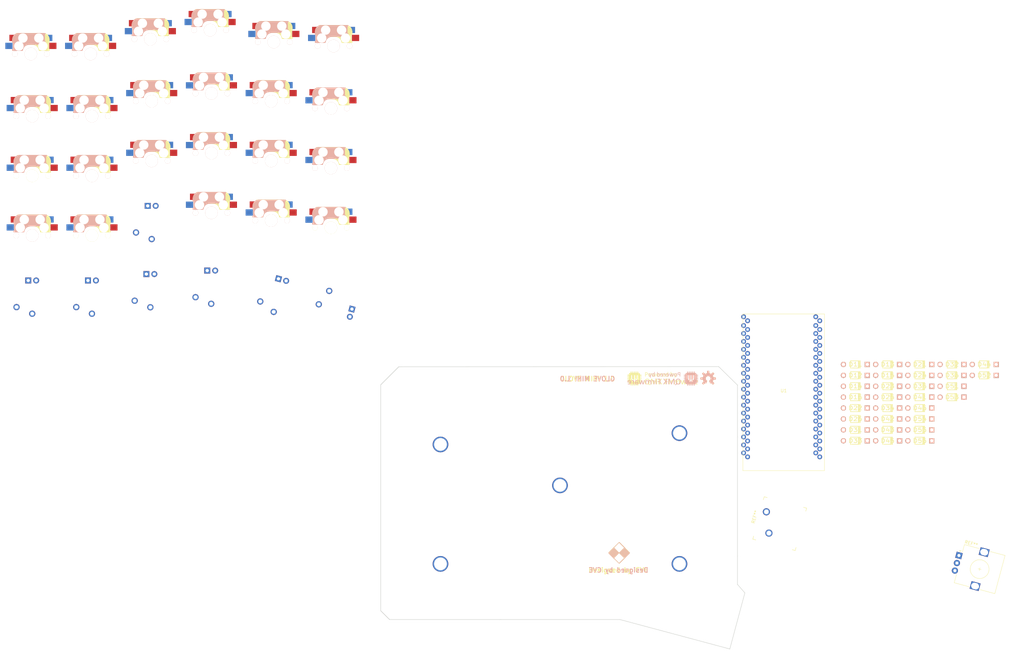
<source format=kicad_pcb>
(kicad_pcb (version 20171130) (host pcbnew 5.1.9)
  (layers (0 F.Cu signal) (31 B.Cu signal) (34 B.Paste user) (35 F.Paste user) (36 B.SilkS user) (37 F.SilkS user) (38 B.Mask user) (39 F.Mask user) (44 Edge.Cuts user))
  (net 0 "")
  (net 1 "Net-(U1-Pad3)")
  (net 2 "Net-(U1-Pad9)")
  (net 3 "Net-(U1-Pad5)")
  (net 4 "Net-(U1-Pad7)")
  (net 5 "Net-(U1-Pad6)")
  (net 6 "Net-(U1-Pad8)")
  (net 7 "Net-(U1-Pad2)")
  (net 8 "Net-(U1-Pad4)")
  (net 9 "Net-(U1-Pad1)")
  (net 10 "Net-(U1-Pad11)")
  (net 11 "Net-(U1-Pad12)")
  (net 12 "Net-(U1-Pad10)")
  (net 13 "Net-(U1-Pad34)")
  (net 14 "Net-(U1-Pad33)")
  (net 15 "Net-(U1-Pad32)")
  (net 16 "Net-(U1-Pad31)")
  (net 17 "Net-(U1-Pad30)")
  (net 18 "Net-(U1-Pad29)")
  (net 19 "Net-(U1-Pad28)")
  (net 20 "Net-(U1-Pad21)")
  (net 21 "Net-(U1-Pad20)")
  (net 22 "Net-(U1-Pad19)")
  (net 23 "Net-(U1-Pad18)")
  (net 24 Column1)
  (net 25 Column2)
  (net 26 Column3)
  (net 27 "Net-(D11-Pad1)")
  (net 28 "Net-(D12-Pad1)")
  (net 29 "Net-(D15-Pad1)")
  (net 30 Column4)
  (net 31 "Net-(D16-Pad1)")
  (net 32 Column5)
  (net 33 "Net-(D21-Pad1)")
  (net 34 "Net-(D22-Pad1)")
  (net 35 "Net-(D23-Pad1)")
  (net 36 "Net-(D25-Pad1)")
  (net 37 "Net-(D26-Pad1)")
  (net 38 Row1)
  (net 39 Row4)
  (net 40 Row5)
  (net 41 Row2)
  (net 42 Row3)
  (net 43 Column6)
  (net 44 "Net-(D31-Pad1)")
  (net 45 "Net-(D32-Pad1)")
  (net 46 "Net-(D42-Pad1)")
  (net 47 "Net-(D13-Pad1)")
  (net 48 "Net-(D33-Pad1)")
  (net 49 "Net-(D14-Pad1)")
  (net 50 "Net-(D24-Pad1)")
  (net 51 "Net-(D34-Pad1)")
  (net 52 "Net-(D44-Pad1)")
  (net 53 "Net-(D35-Pad1)")
  (net 54 "Net-(D45-Pad1)")
  (net 55 "Net-(D36-Pad1)")
  (net 56 "Net-(D46-Pad1)")
  (net 57 "Net-(D25-Pad2)")
  (net 58 "Net-(D41-Pad1)")
  (net 59 "Net-(D43-Pad1)")
  (net 60 "Net-(D51-Pad2)")
  (net 61 "Net-(D51-Pad1)")
  (net 62 "Net-(D52-Pad1)")
  (net 63 "Net-(D53-Pad1)")
  (net 64 "Net-(D54-Pad1)")
  (net 65 "Net-(D55-Pad1)")
  (net 66 "Net-(D56-Pad1)")
  (net 67 "Net-(K16-Pad1)")
  (module Kailh_Choc:KailhChoc-1U (layer F.Cu) (at 53.05 7.75 75)
    (fp_text reference K56)
    (fp_text value KEYSW-redox_rev1-rescue-fifth-rescue)
    (pad 4 thru_hole rect (at 1.27 4.7 75) (size 1.905 1.905) (drill 1.04) (layers *.Cu B.Mask))
    (pad 3 thru_hole circle (at -1.27 4.7 75) (size 1.905 1.905) (drill 1.04) (layers *.Cu B.Mask))
    (pad "" np_thru_hole circle (at -5.22 4.2 75) (size 1.2 1.2) (drill 1.2) (layers *.Cu *.Mask))
    (pad "" np_thru_hole circle (at 5.5 0 123.1) (size 1.9 1.9) (drill 1.9) (layers *.Cu *.Mask))
    (pad "" np_thru_hole circle (at -5.5 0 123.1) (size 1.9 1.9) (drill 1.9) (layers *.Cu *.Mask))
    (pad 1 thru_hole circle (at 5 -3.8 75) (size 2 2) (drill 1.2) (layers *.Cu B.Mask) (net 43 Column6))
    (pad "" np_thru_hole circle (at 0 0 75) (size 3.4 3.4) (drill 3.4) (layers *.Cu *.Mask))
    (pad 2 thru_hole circle (at 0 -5.9 75) (size 2 2) (drill 1.2) (layers *.Cu B.Mask) (net 66 "Net-(D56-Pad1)"))
  )
  (module Kailh_Choc:KailhChoc-1U (layer F.Cu) (at 34.501 2.934 165)
    (fp_text reference K55)
    (fp_text value KEYSW-redox_rev1-rescue-fifth-rescue)
    (pad 4 thru_hole rect (at 1.27 4.7 165) (size 1.905 1.905) (drill 1.04) (layers *.Cu B.Mask))
    (pad 3 thru_hole circle (at -1.27 4.7 165) (size 1.905 1.905) (drill 1.04) (layers *.Cu B.Mask))
    (pad "" np_thru_hole circle (at -5.22 4.2 165) (size 1.2 1.2) (drill 1.2) (layers *.Cu *.Mask))
    (pad "" np_thru_hole circle (at 5.5 0 213.1) (size 1.9 1.9) (drill 1.9) (layers *.Cu *.Mask))
    (pad "" np_thru_hole circle (at -5.5 0 213.1) (size 1.9 1.9) (drill 1.9) (layers *.Cu *.Mask))
    (pad 1 thru_hole circle (at 5 -3.8 165) (size 2 2) (drill 1.2) (layers *.Cu B.Mask) (net 32 Column5))
    (pad "" np_thru_hole circle (at 0 0 165) (size 3.4 3.4) (drill 3.4) (layers *.Cu *.Mask))
    (pad 2 thru_hole circle (at 0 -5.9 165) (size 2 2) (drill 1.2) (layers *.Cu B.Mask) (net 65 "Net-(D55-Pad1)"))
  )
  (module Kailh_Choc:KailhChoc-1U (layer F.Cu) (at 13.05 0.15 180)
    (fp_text reference K54)
    (fp_text value KEYSW-redox_rev1-rescue-fifth-rescue)
    (pad 4 thru_hole rect (at 1.27 4.7 180) (size 1.905 1.905) (drill 1.04) (layers *.Cu B.Mask))
    (pad 3 thru_hole circle (at -1.27 4.7 180) (size 1.905 1.905) (drill 1.04) (layers *.Cu B.Mask))
    (pad "" np_thru_hole circle (at -5.22 4.2 180) (size 1.2 1.2) (drill 1.2) (layers *.Cu *.Mask))
    (pad "" np_thru_hole circle (at 5.5 0 228.1) (size 1.9 1.9) (drill 1.9) (layers *.Cu *.Mask))
    (pad "" np_thru_hole circle (at -5.5 0 228.1) (size 1.9 1.9) (drill 1.9) (layers *.Cu *.Mask))
    (pad 1 thru_hole circle (at 5 -3.8 180) (size 2 2) (drill 1.2) (layers *.Cu B.Mask) (net 30 Column4))
    (pad "" np_thru_hole circle (at 0 0 180) (size 3.4 3.4) (drill 3.4) (layers *.Cu *.Mask))
    (pad 2 thru_hole circle (at 0 -5.9 180) (size 2 2) (drill 1.2) (layers *.Cu B.Mask) (net 64 "Net-(D54-Pad1)"))
  )
  (module Kailh_Choc:KailhChoc-1U (layer F.Cu) (at -6.35 1.27 180)
    (fp_text reference K53)
    (fp_text value KEYSW-redox_rev1-rescue-fifth-rescue)
    (pad 4 thru_hole rect (at 1.27 4.7 180) (size 1.905 1.905) (drill 1.04) (layers *.Cu B.Mask))
    (pad 3 thru_hole circle (at -1.27 4.7 180) (size 1.905 1.905) (drill 1.04) (layers *.Cu B.Mask))
    (pad "" np_thru_hole circle (at -5.22 4.2 180) (size 1.2 1.2) (drill 1.2) (layers *.Cu *.Mask))
    (pad "" np_thru_hole circle (at 5.5 0 228.1) (size 1.9 1.9) (drill 1.9) (layers *.Cu *.Mask))
    (pad "" np_thru_hole circle (at -5.5 0 228.1) (size 1.9 1.9) (drill 1.9) (layers *.Cu *.Mask))
    (pad 1 thru_hole circle (at 5 -3.8 180) (size 2 2) (drill 1.2) (layers *.Cu B.Mask) (net 26 Column3))
    (pad "" np_thru_hole circle (at 0 0 180) (size 3.4 3.4) (drill 3.4) (layers *.Cu *.Mask))
    (pad 2 thru_hole circle (at 0 -5.9 180) (size 2 2) (drill 1.2) (layers *.Cu B.Mask) (net 63 "Net-(D53-Pad1)"))
  )
  (module Kailh_Choc:KailhChoc-1U (layer F.Cu) (at -5.924 -20.498 180)
    (fp_text reference K43)
    (fp_text value KEYSW-redox_rev1-rescue-fifth-rescue)
    (pad 4 thru_hole rect (at 1.27 4.7 180) (size 1.905 1.905) (drill 1.04) (layers *.Cu B.Mask))
    (pad 3 thru_hole circle (at -1.27 4.7 180) (size 1.905 1.905) (drill 1.04) (layers *.Cu B.Mask))
    (pad "" np_thru_hole circle (at -5.22 4.2 180) (size 1.2 1.2) (drill 1.2) (layers *.Cu *.Mask))
    (pad "" np_thru_hole circle (at 5.5 0 228.1) (size 1.9 1.9) (drill 1.9) (layers *.Cu *.Mask))
    (pad "" np_thru_hole circle (at -5.5 0 228.1) (size 1.9 1.9) (drill 1.9) (layers *.Cu *.Mask))
    (pad 1 thru_hole circle (at 5 -3.8 180) (size 2 2) (drill 1.2) (layers *.Cu B.Mask) (net 26 Column3))
    (pad "" np_thru_hole circle (at 0 0 180) (size 3.4 3.4) (drill 3.4) (layers *.Cu *.Mask))
    (pad 2 thru_hole circle (at 0 -5.9 180) (size 2 2) (drill 1.2) (layers *.Cu B.Mask) (net 59 "Net-(D43-Pad1)"))
  )
  (module Kailh_Choc:KailhChoc-1U (layer F.Cu) (at -24.974 3.315 180)
    (fp_text reference K52)
    (fp_text value KEYSW-redox_rev1-rescue)
    (pad 4 thru_hole rect (at 1.27 4.7 180) (size 1.905 1.905) (drill 1.04) (layers *.Cu B.Mask))
    (pad 3 thru_hole circle (at -1.27 4.7 180) (size 1.905 1.905) (drill 1.04) (layers *.Cu B.Mask))
    (pad "" np_thru_hole circle (at -5.22 4.2 180) (size 1.2 1.2) (drill 1.2) (layers *.Cu *.Mask))
    (pad "" np_thru_hole circle (at 5.5 0 228.1) (size 1.9 1.9) (drill 1.9) (layers *.Cu *.Mask))
    (pad "" np_thru_hole circle (at -5.5 0 228.1) (size 1.9 1.9) (drill 1.9) (layers *.Cu *.Mask))
    (pad 1 thru_hole circle (at 5 -3.8 180) (size 2 2) (drill 1.2) (layers *.Cu B.Mask) (net 25 Column2))
    (pad "" np_thru_hole circle (at 0 0 180) (size 3.4 3.4) (drill 3.4) (layers *.Cu *.Mask))
    (pad 2 thru_hole circle (at 0 -5.9 180) (size 2 2) (drill 1.2) (layers *.Cu B.Mask) (net 62 "Net-(D52-Pad1)"))
  )
  (module Kailh_Choc:KailhChoc-1U (layer F.Cu) (at -44.024 3.315 180)
    (fp_text reference K51)
    (fp_text value KEYSW-redox_rev1-rescue)
    (pad 4 thru_hole rect (at 1.27 4.7 180) (size 1.905 1.905) (drill 1.04) (layers *.Cu B.Mask))
    (pad 3 thru_hole circle (at -1.27 4.7 180) (size 1.905 1.905) (drill 1.04) (layers *.Cu B.Mask))
    (pad "" np_thru_hole circle (at -5.22 4.2 180) (size 1.2 1.2) (drill 1.2) (layers *.Cu *.Mask))
    (pad "" np_thru_hole circle (at 5.5 0 228.1) (size 1.9 1.9) (drill 1.9) (layers *.Cu *.Mask))
    (pad "" np_thru_hole circle (at -5.5 0 228.1) (size 1.9 1.9) (drill 1.9) (layers *.Cu *.Mask))
    (pad 1 thru_hole circle (at 5 -3.8 180) (size 2 2) (drill 1.2) (layers *.Cu B.Mask) (net 24 Column1))
    (pad "" np_thru_hole circle (at 0 0 180) (size 3.4 3.4) (drill 3.4) (layers *.Cu *.Mask))
    (pad 2 thru_hole circle (at 0 -5.9 180) (size 2 2) (drill 1.2) (layers *.Cu B.Mask) (net 61 "Net-(D51-Pad1)"))
  )
  (module Keebio-Parts:Diode (layer F.Cu) (at 238.98 49.76)
    (fp_text reference D56 (at 0 0) (layer F.SilkS) (effects (font (size 1.27 1.524) (thickness 0.2032))))
    (fp_text value DIODE-MyKiCadLibs-Lib hide)
    (pad 2 thru_hole rect (at 3.81 0) (size 1.651 1.651) (drill 0.9906) (layers *.Cu *.SilkS *.Mask) (net 60 "Net-(D51-Pad2)"))
    (pad 1 thru_hole circle (at -3.81 0) (size 1.651 1.651) (drill 0.9906) (layers *.Cu *.SilkS *.Mask) (net 66 "Net-(D56-Pad1)"))
  )
  (module Keebio-Parts:Diode (layer F.Cu) (at 238.98 46.28)
    (fp_text reference D55 (at 0 0) (layer F.SilkS) (effects (font (size 1.27 1.524) (thickness 0.2032))))
    (fp_text value DIODE-MyKiCadLibs-Lib hide)
    (pad 2 thru_hole rect (at 3.81 0) (size 1.651 1.651) (drill 0.9906) (layers *.Cu *.SilkS *.Mask) (net 60 "Net-(D51-Pad2)"))
    (pad 1 thru_hole circle (at -3.81 0) (size 1.651 1.651) (drill 0.9906) (layers *.Cu *.SilkS *.Mask) (net 65 "Net-(D55-Pad1)"))
  )
  (module Keebio-Parts:Diode (layer F.Cu) (at 238.98 42.8)
    (fp_text reference D54 (at 0 0) (layer F.SilkS) (effects (font (size 1.27 1.524) (thickness 0.2032))))
    (fp_text value DIODE-MyKiCadLibs-Lib hide)
    (pad 2 thru_hole rect (at 3.81 0) (size 1.651 1.651) (drill 0.9906) (layers *.Cu *.SilkS *.Mask) (net 60 "Net-(D51-Pad2)"))
    (pad 1 thru_hole circle (at -3.81 0) (size 1.651 1.651) (drill 0.9906) (layers *.Cu *.SilkS *.Mask) (net 64 "Net-(D54-Pad1)"))
  )
  (module Keebio-Parts:Diode (layer F.Cu) (at 249.25 35.84)
    (fp_text reference D53 (at 0 0) (layer F.SilkS) (effects (font (size 1.27 1.524) (thickness 0.2032))))
    (fp_text value DIODE-MyKiCadLibs-Lib hide)
    (pad 2 thru_hole rect (at 3.81 0) (size 1.651 1.651) (drill 0.9906) (layers *.Cu *.SilkS *.Mask) (net 60 "Net-(D51-Pad2)"))
    (pad 1 thru_hole circle (at -3.81 0) (size 1.651 1.651) (drill 0.9906) (layers *.Cu *.SilkS *.Mask) (net 63 "Net-(D53-Pad1)"))
  )
  (module Keebio-Parts:Diode (layer F.Cu) (at 259.52 28.88)
    (fp_text reference D52 (at 0 0) (layer F.SilkS) (effects (font (size 1.27 1.524) (thickness 0.2032))))
    (fp_text value DIODE-MyKiCadLibs-Lib hide)
    (pad 2 thru_hole rect (at 3.81 0) (size 1.651 1.651) (drill 0.9906) (layers *.Cu *.SilkS *.Mask) (net 60 "Net-(D51-Pad2)"))
    (pad 1 thru_hole circle (at -3.81 0) (size 1.651 1.651) (drill 0.9906) (layers *.Cu *.SilkS *.Mask) (net 62 "Net-(D52-Pad1)"))
  )
  (module Keebio-Parts:Diode (layer F.Cu) (at 249.25 32.36)
    (fp_text reference D51 (at 0 0) (layer F.SilkS) (effects (font (size 1.27 1.524) (thickness 0.2032))))
    (fp_text value DIODE-MyKiCadLibs-Lib hide)
    (pad 2 thru_hole rect (at 3.81 0) (size 1.651 1.651) (drill 0.9906) (layers *.Cu *.SilkS *.Mask) (net 60 "Net-(D51-Pad2)"))
    (pad 1 thru_hole circle (at -3.81 0) (size 1.651 1.651) (drill 0.9906) (layers *.Cu *.SilkS *.Mask) (net 61 "Net-(D51-Pad1)"))
  )
  (module Keebio-Parts:Diode (layer F.Cu) (at 238.98 39.32)
    (fp_text reference D46 (at 0 0) (layer F.SilkS) (effects (font (size 1.27 1.524) (thickness 0.2032))))
    (fp_text value DIODE-MyKiCadLibs-Lib hide)
    (pad 2 thru_hole rect (at 3.81 0) (size 1.651 1.651) (drill 0.9906) (layers *.Cu *.SilkS *.Mask) (net 39 Row4))
    (pad 1 thru_hole circle (at -3.81 0) (size 1.651 1.651) (drill 0.9906) (layers *.Cu *.SilkS *.Mask) (net 56 "Net-(D46-Pad1)"))
  )
  (module Keebio-Parts:Diode (layer F.Cu) (at 228.71 49.76)
    (fp_text reference D45 (at 0 0) (layer F.SilkS) (effects (font (size 1.27 1.524) (thickness 0.2032))))
    (fp_text value DIODE-MyKiCadLibs-Lib hide)
    (pad 2 thru_hole rect (at 3.81 0) (size 1.651 1.651) (drill 0.9906) (layers *.Cu *.SilkS *.Mask) (net 39 Row4))
    (pad 1 thru_hole circle (at -3.81 0) (size 1.651 1.651) (drill 0.9906) (layers *.Cu *.SilkS *.Mask) (net 54 "Net-(D45-Pad1)"))
  )
  (module Keebio-Parts:Diode (layer F.Cu) (at 259.52 25.4)
    (fp_text reference D44 (at 0 0) (layer F.SilkS) (effects (font (size 1.27 1.524) (thickness 0.2032))))
    (fp_text value DIODE-MyKiCadLibs-Lib hide)
    (pad 2 thru_hole rect (at 3.81 0) (size 1.651 1.651) (drill 0.9906) (layers *.Cu *.SilkS *.Mask) (net 39 Row4))
    (pad 1 thru_hole circle (at -3.81 0) (size 1.651 1.651) (drill 0.9906) (layers *.Cu *.SilkS *.Mask) (net 52 "Net-(D44-Pad1)"))
  )
  (module Keebio-Parts:Diode (layer F.Cu) (at 228.71 46.28)
    (fp_text reference D43 (at 0 0) (layer F.SilkS) (effects (font (size 1.27 1.524) (thickness 0.2032))))
    (fp_text value DIODE-MyKiCadLibs-Lib hide)
    (pad 2 thru_hole rect (at 3.81 0) (size 1.651 1.651) (drill 0.9906) (layers *.Cu *.SilkS *.Mask) (net 39 Row4))
    (pad 1 thru_hole circle (at -3.81 0) (size 1.651 1.651) (drill 0.9906) (layers *.Cu *.SilkS *.Mask) (net 59 "Net-(D43-Pad1)"))
  )
  (module Keebio-Parts:Diode (layer F.Cu) (at 228.71 42.8)
    (fp_text reference D42 (at 0 0) (layer F.SilkS) (effects (font (size 1.27 1.524) (thickness 0.2032))))
    (fp_text value DIODE-MyKiCadLibs-Lib hide)
    (pad 2 thru_hole rect (at 3.81 0) (size 1.651 1.651) (drill 0.9906) (layers *.Cu *.SilkS *.Mask) (net 39 Row4))
    (pad 1 thru_hole circle (at -3.81 0) (size 1.651 1.651) (drill 0.9906) (layers *.Cu *.SilkS *.Mask) (net 46 "Net-(D42-Pad1)"))
  )
  (module Keebio-Parts:Diode (layer F.Cu) (at 238.98 35.84)
    (fp_text reference D41 (at 0 0) (layer F.SilkS) (effects (font (size 1.27 1.524) (thickness 0.2032))))
    (fp_text value DIODE-MyKiCadLibs-Lib hide)
    (pad 2 thru_hole rect (at 3.81 0) (size 1.651 1.651) (drill 0.9906) (layers *.Cu *.SilkS *.Mask) (net 39 Row4))
    (pad 1 thru_hole circle (at -3.81 0) (size 1.651 1.651) (drill 0.9906) (layers *.Cu *.SilkS *.Mask) (net 58 "Net-(D41-Pad1)"))
  )
  (module Keebio-Parts:Diode (layer F.Cu) (at 249.25 28.88)
    (fp_text reference D36 (at 0 0) (layer F.SilkS) (effects (font (size 1.27 1.524) (thickness 0.2032))))
    (fp_text value DIODE-MyKiCadLibs-Lib hide)
    (pad 2 thru_hole rect (at 3.81 0) (size 1.651 1.651) (drill 0.9906) (layers *.Cu *.SilkS *.Mask) (net 42 Row3))
    (pad 1 thru_hole circle (at -3.81 0) (size 1.651 1.651) (drill 0.9906) (layers *.Cu *.SilkS *.Mask) (net 55 "Net-(D36-Pad1)"))
  )
  (module Keebio-Parts:Diode (layer F.Cu) (at 238.98 32.36)
    (fp_text reference D35 (at 0 0) (layer F.SilkS) (effects (font (size 1.27 1.524) (thickness 0.2032))))
    (fp_text value DIODE-MyKiCadLibs-Lib hide)
    (pad 2 thru_hole rect (at 3.81 0) (size 1.651 1.651) (drill 0.9906) (layers *.Cu *.SilkS *.Mask) (net 42 Row3))
    (pad 1 thru_hole circle (at -3.81 0) (size 1.651 1.651) (drill 0.9906) (layers *.Cu *.SilkS *.Mask) (net 53 "Net-(D35-Pad1)"))
  )
  (module Keebio-Parts:Diode (layer F.Cu) (at 228.71 39.32)
    (fp_text reference D34 (at 0 0) (layer F.SilkS) (effects (font (size 1.27 1.524) (thickness 0.2032))))
    (fp_text value DIODE-MyKiCadLibs-Lib hide)
    (pad 2 thru_hole rect (at 3.81 0) (size 1.651 1.651) (drill 0.9906) (layers *.Cu *.SilkS *.Mask) (net 42 Row3))
    (pad 1 thru_hole circle (at -3.81 0) (size 1.651 1.651) (drill 0.9906) (layers *.Cu *.SilkS *.Mask) (net 51 "Net-(D34-Pad1)"))
  )
  (module Keebio-Parts:Diode (layer F.Cu) (at 218.44 49.76)
    (fp_text reference D33 (at 0 0) (layer F.SilkS) (effects (font (size 1.27 1.524) (thickness 0.2032))))
    (fp_text value DIODE-MyKiCadLibs-Lib hide)
    (pad 2 thru_hole rect (at 3.81 0) (size 1.651 1.651) (drill 0.9906) (layers *.Cu *.SilkS *.Mask) (net 42 Row3))
    (pad 1 thru_hole circle (at -3.81 0) (size 1.651 1.651) (drill 0.9906) (layers *.Cu *.SilkS *.Mask) (net 48 "Net-(D33-Pad1)"))
  )
  (module Keebio-Parts:Diode (layer F.Cu) (at 249.25 25.4)
    (fp_text reference D32 (at 0 0) (layer F.SilkS) (effects (font (size 1.27 1.524) (thickness 0.2032))))
    (fp_text value DIODE-MyKiCadLibs-Lib hide)
    (pad 2 thru_hole rect (at 3.81 0) (size 1.651 1.651) (drill 0.9906) (layers *.Cu *.SilkS *.Mask) (net 42 Row3))
    (pad 1 thru_hole circle (at -3.81 0) (size 1.651 1.651) (drill 0.9906) (layers *.Cu *.SilkS *.Mask) (net 45 "Net-(D32-Pad1)"))
  )
  (module Keebio-Parts:Diode (layer F.Cu) (at 218.44 46.28)
    (fp_text reference D31 (at 0 0) (layer F.SilkS) (effects (font (size 1.27 1.524) (thickness 0.2032))))
    (fp_text value DIODE-MyKiCadLibs-Lib hide)
    (pad 2 thru_hole rect (at 3.81 0) (size 1.651 1.651) (drill 0.9906) (layers *.Cu *.SilkS *.Mask) (net 42 Row3))
    (pad 1 thru_hole circle (at -3.81 0) (size 1.651 1.651) (drill 0.9906) (layers *.Cu *.SilkS *.Mask) (net 44 "Net-(D31-Pad1)"))
  )
  (module Keebio-Parts:Diode (layer F.Cu) (at 218.44 42.8)
    (fp_text reference D26 (at 0 0) (layer F.SilkS) (effects (font (size 1.27 1.524) (thickness 0.2032))))
    (fp_text value DIODE-MyKiCadLibs-Lib hide)
    (pad 2 thru_hole rect (at 3.81 0) (size 1.651 1.651) (drill 0.9906) (layers *.Cu *.SilkS *.Mask) (net 41 Row2))
    (pad 1 thru_hole circle (at -3.81 0) (size 1.651 1.651) (drill 0.9906) (layers *.Cu *.SilkS *.Mask) (net 37 "Net-(D26-Pad1)"))
  )
  (module Keebio-Parts:Diode (layer F.Cu) (at 228.71 35.84)
    (fp_text reference D25 (at 0 0) (layer F.SilkS) (effects (font (size 1.27 1.524) (thickness 0.2032))))
    (fp_text value DIODE-MyKiCadLibs-Lib hide)
    (pad 2 thru_hole rect (at 3.81 0) (size 1.651 1.651) (drill 0.9906) (layers *.Cu *.SilkS *.Mask) (net 57 "Net-(D25-Pad2)"))
    (pad 1 thru_hole circle (at -3.81 0) (size 1.651 1.651) (drill 0.9906) (layers *.Cu *.SilkS *.Mask) (net 36 "Net-(D25-Pad1)"))
  )
  (module Keebio-Parts:Diode (layer F.Cu) (at 238.98 28.88)
    (fp_text reference D24 (at 0 0) (layer F.SilkS) (effects (font (size 1.27 1.524) (thickness 0.2032))))
    (fp_text value DIODE-MyKiCadLibs-Lib hide)
    (pad 2 thru_hole rect (at 3.81 0) (size 1.651 1.651) (drill 0.9906) (layers *.Cu *.SilkS *.Mask) (net 41 Row2))
    (pad 1 thru_hole circle (at -3.81 0) (size 1.651 1.651) (drill 0.9906) (layers *.Cu *.SilkS *.Mask) (net 50 "Net-(D24-Pad1)"))
  )
  (module Keebio-Parts:Diode (layer F.Cu) (at 228.71 32.36)
    (fp_text reference D23 (at 0 0) (layer F.SilkS) (effects (font (size 1.27 1.524) (thickness 0.2032))))
    (fp_text value DIODE-MyKiCadLibs-Lib hide)
    (pad 2 thru_hole rect (at 3.81 0) (size 1.651 1.651) (drill 0.9906) (layers *.Cu *.SilkS *.Mask) (net 41 Row2))
    (pad 1 thru_hole circle (at -3.81 0) (size 1.651 1.651) (drill 0.9906) (layers *.Cu *.SilkS *.Mask) (net 35 "Net-(D23-Pad1)"))
  )
  (module Keebio-Parts:Diode (layer F.Cu) (at 218.44 39.32)
    (fp_text reference D22 (at 0 0) (layer F.SilkS) (effects (font (size 1.27 1.524) (thickness 0.2032))))
    (fp_text value DIODE-MyKiCadLibs-Lib hide)
    (pad 2 thru_hole rect (at 3.81 0) (size 1.651 1.651) (drill 0.9906) (layers *.Cu *.SilkS *.Mask) (net 41 Row2))
    (pad 1 thru_hole circle (at -3.81 0) (size 1.651 1.651) (drill 0.9906) (layers *.Cu *.SilkS *.Mask) (net 34 "Net-(D22-Pad1)"))
  )
  (module Keebio-Parts:Diode (layer F.Cu) (at 238.98 25.4)
    (fp_text reference D21 (at 0 0) (layer F.SilkS) (effects (font (size 1.27 1.524) (thickness 0.2032))))
    (fp_text value DIODE-MyKiCadLibs-Lib hide)
    (pad 2 thru_hole rect (at 3.81 0) (size 1.651 1.651) (drill 0.9906) (layers *.Cu *.SilkS *.Mask) (net 41 Row2))
    (pad 1 thru_hole circle (at -3.81 0) (size 1.651 1.651) (drill 0.9906) (layers *.Cu *.SilkS *.Mask) (net 33 "Net-(D21-Pad1)"))
  )
  (module Keebio-Parts:Diode (layer F.Cu) (at 218.44 35.84)
    (fp_text reference D16 (at 0 0) (layer F.SilkS) (effects (font (size 1.27 1.524) (thickness 0.2032))))
    (fp_text value DIODE-MyKiCadLibs-Lib hide)
    (pad 2 thru_hole rect (at 3.81 0) (size 1.651 1.651) (drill 0.9906) (layers *.Cu *.SilkS *.Mask) (net 38 Row1))
    (pad 1 thru_hole circle (at -3.81 0) (size 1.651 1.651) (drill 0.9906) (layers *.Cu *.SilkS *.Mask) (net 31 "Net-(D16-Pad1)"))
  )
  (module Keebio-Parts:Diode (layer F.Cu) (at 228.71 28.88)
    (fp_text reference D15 (at 0 0) (layer F.SilkS) (effects (font (size 1.27 1.524) (thickness 0.2032))))
    (fp_text value DIODE-MyKiCadLibs-Lib hide)
    (pad 2 thru_hole rect (at 3.81 0) (size 1.651 1.651) (drill 0.9906) (layers *.Cu *.SilkS *.Mask) (net 38 Row1))
    (pad 1 thru_hole circle (at -3.81 0) (size 1.651 1.651) (drill 0.9906) (layers *.Cu *.SilkS *.Mask) (net 29 "Net-(D15-Pad1)"))
  )
  (module Keebio-Parts:Diode (layer F.Cu) (at 218.44 32.36)
    (fp_text reference D14 (at 0 0) (layer F.SilkS) (effects (font (size 1.27 1.524) (thickness 0.2032))))
    (fp_text value DIODE-MyKiCadLibs-Lib hide)
    (pad 2 thru_hole rect (at 3.81 0) (size 1.651 1.651) (drill 0.9906) (layers *.Cu *.SilkS *.Mask) (net 38 Row1))
    (pad 1 thru_hole circle (at -3.81 0) (size 1.651 1.651) (drill 0.9906) (layers *.Cu *.SilkS *.Mask) (net 49 "Net-(D14-Pad1)"))
  )
  (module Keebio-Parts:Diode (layer F.Cu) (at 228.71 25.4)
    (fp_text reference D13 (at 0 0) (layer F.SilkS) (effects (font (size 1.27 1.524) (thickness 0.2032))))
    (fp_text value DIODE-MyKiCadLibs-Lib hide)
    (pad 2 thru_hole rect (at 3.81 0) (size 1.651 1.651) (drill 0.9906) (layers *.Cu *.SilkS *.Mask) (net 38 Row1))
    (pad 1 thru_hole circle (at -3.81 0) (size 1.651 1.651) (drill 0.9906) (layers *.Cu *.SilkS *.Mask) (net 47 "Net-(D13-Pad1)"))
  )
  (module Keebio-Parts:Diode (layer F.Cu) (at 218.44 28.88)
    (fp_text reference D12 (at 0 0) (layer F.SilkS) (effects (font (size 1.27 1.524) (thickness 0.2032))))
    (fp_text value diode11 hide)
    (pad 2 thru_hole rect (at 3.81 0) (size 1.651 1.651) (drill 0.9906) (layers *.Cu *.SilkS *.Mask) (net 38 Row1))
    (pad 1 thru_hole circle (at -3.81 0) (size 1.651 1.651) (drill 0.9906) (layers *.Cu *.SilkS *.Mask) (net 28 "Net-(D12-Pad1)"))
  )
  (module Keebio-Parts:Diode (layer F.Cu) (at 218.44 25.4)
    (fp_text reference D11 (at 0 0) (layer F.SilkS) (effects (font (size 1.27 1.524) (thickness 0.2032))))
    (fp_text value diode hide)
    (pad 2 thru_hole rect (at 3.81 0) (size 1.651 1.651) (drill 0.9906) (layers *.Cu *.SilkS *.Mask) (net 38 Row1))
    (pad 1 thru_hole circle (at -3.81 0) (size 1.651 1.651) (drill 0.9906) (layers *.Cu *.SilkS *.Mask) (net 27 "Net-(D11-Pad1)"))
  )
  (module kbd:CherryMX_Hotswap_edit (layer F.Cu) (at -24.974 -15.735)
    (fp_text reference K42 hide)
    (fp_text value KEYSW-redox_rev1-rescue hide)
    (pad 1 smd rect (at -7 -2.58 180) (size 2.3 2) (layers B.Cu B.Paste B.Mask) (net 25 Column2))
    (pad 1 smd rect (at 7 -2.58 180) (size 2.3 2) (layers F.Cu F.Paste F.Mask) (net 25 Column2))
    (pad 2 smd rect (at -5.7 -5.12 180) (size 2.3 2) (layers F.Cu F.Paste F.Mask) (net 46 "Net-(D42-Pad1)"))
    (pad "" np_thru_hole circle (at -3.81 -2.54 180) (size 3 3) (drill 3) (layers *.Cu *.Mask))
    (pad "" np_thru_hole circle (at -2.54 -5.08 180) (size 3 3) (drill 3) (layers *.Cu *.Mask))
    (pad "" np_thru_hole circle (at 3.81 -2.540001 180) (size 3 3) (drill 3) (layers *.Cu *.Mask))
    (pad "" np_thru_hole circle (at 2.54 -5.08 180) (size 3 3) (drill 3) (layers *.Cu *.Mask))
    (pad "" np_thru_hole circle (at 0 0 90) (size 4 4) (drill 4) (layers *.Cu *.Mask F.SilkS))
    (pad "" np_thru_hole circle (at 5.08 0) (size 1.8 1.8) (drill 1.8) (layers *.Cu *.Mask F.SilkS))
    (pad "" np_thru_hole circle (at -5.08 0) (size 1.8 1.8) (drill 1.8) (layers *.Cu *.Mask F.SilkS))
    (pad 2 smd rect (at 5.7 -5.12 180) (size 2.3 2) (layers B.Cu B.Paste B.Mask) (net 46 "Net-(D42-Pad1)"))
  )
  (module kbd:CherryMX_Hotswap_edit (layer B.Cu) (at -44.024 -15.735 180)
    (fp_text reference K41 hide)
    (fp_text value KEYSW-redox_rev1-rescue hide)
    (pad 1 smd rect (at -7 2.58) (size 2.3 2) (layers F.Cu F.Paste F.Mask) (net 24 Column1))
    (pad 1 smd rect (at 7 2.58) (size 2.3 2) (layers B.Cu B.Paste B.Mask) (net 24 Column1))
    (pad 2 smd rect (at -5.7 5.12) (size 2.3 2) (layers B.Cu B.Paste B.Mask) (net 58 "Net-(D41-Pad1)"))
    (pad "" np_thru_hole circle (at -3.81 2.54) (size 3 3) (drill 3) (layers *.Cu *.Mask))
    (pad "" np_thru_hole circle (at -2.54 5.08) (size 3 3) (drill 3) (layers *.Cu *.Mask))
    (pad "" np_thru_hole circle (at 3.81 2.540001) (size 3 3) (drill 3) (layers *.Cu *.Mask))
    (pad "" np_thru_hole circle (at 2.54 5.08) (size 3 3) (drill 3) (layers *.Cu *.Mask))
    (pad "" np_thru_hole circle (at 0 0 90) (size 4 4) (drill 4) (layers *.Cu *.Mask B.SilkS))
    (pad "" np_thru_hole circle (at 5.08 0 180) (size 1.8 1.8) (drill 1.8) (layers *.Cu *.Mask B.SilkS))
    (pad "" np_thru_hole circle (at -5.08 0 180) (size 1.8 1.8) (drill 1.8) (layers *.Cu *.Mask B.SilkS))
    (pad 2 smd rect (at 5.7 5.12) (size 2.3 2) (layers F.Cu F.Paste F.Mask) (net 58 "Net-(D41-Pad1)"))
  )
  (module keyswitches:SW_MX (layer F.Cu) (at 194.31 76.2 75)
    (fp_text reference REF** (at 0 -8.255 75) (layer F.SilkS))
    (fp_text value SW_MX)
    (pad "" np_thru_hole circle (at -5.08 0 75) (size 1.7018 1.7018) (drill 1.7018) (layers *.Cu *.Mask))
    (pad "" np_thru_hole circle (at 5.08 0 75) (size 1.7018 1.7018) (drill 1.7018) (layers *.Cu *.Mask))
    (pad 2 thru_hole circle (at -3.81 -2.54 75) (size 2.286 2.286) (drill 1.4986) (layers *.Cu *.Mask))
    (pad "" np_thru_hole circle (at 0 0 75) (size 3.9878 3.9878) (drill 3.9878) (layers *.Cu *.Mask))
    (pad 1 thru_hole circle (at 2.54 -5.08 75) (size 2.286 2.286) (drill 1.4986) (layers *.Cu *.Mask))
  )
  (module Rotary_Encoder:RotaryEncoder_Alps_EC12E_Vertical_H20mm (layer F.Cu) (at 251.46 86.36 345)
    (fp_text reference REF** (at 2.8 -4.7 165) (layer F.SilkS))
    (fp_text value RotaryEncoder_Alps_EC12E_Vertical_H20mm)
    (pad A thru_hole rect (at 0 0 345) (size 2 2) (drill 1) (layers *.Cu *.Mask))
    (pad C thru_hole circle (at 0 2.5 345) (size 2 2) (drill 1) (layers *.Cu *.Mask))
    (pad B thru_hole circle (at 0 5 345) (size 2 2) (drill 1) (layers *.Cu *.Mask))
    (pad MP thru_hole rect (at 7.5 -3.1 345) (size 3 2.5) (drill oval 2.5 2) (layers *.Cu *.Mask))
    (pad MP thru_hole rect (at 7.5 8.1 345) (size 3 2.5) (drill oval 2.5 2) (layers *.Cu *.Mask))
  )
  (module kbd:CherryMX_Hotswap_1.5u_edit (layer F.Cu) (at 51.226 -18.212)
    (fp_text reference K46 hide)
    (fp_text value KEYSW-redox_rev1-rescue hide)
    (pad 1 smd rect (at -7 -2.58 180) (size 2.3 2) (layers B.Cu B.Paste B.Mask) (net 67 "Net-(K16-Pad1)"))
    (pad 1 smd rect (at 7 -2.58 180) (size 2.3 2) (layers F.Cu F.Paste F.Mask) (net 67 "Net-(K16-Pad1)"))
    (pad 2 smd rect (at -5.7 -5.12 180) (size 2.3 2) (layers F.Cu F.Paste F.Mask) (net 56 "Net-(D46-Pad1)"))
    (pad "" np_thru_hole circle (at -3.81 -2.540001 180) (size 3 3) (drill 3) (layers *.Cu *.Mask))
    (pad "" np_thru_hole circle (at -2.54 -5.08 180) (size 3 3) (drill 3) (layers *.Cu *.Mask))
    (pad "" np_thru_hole circle (at 3.81 -2.540001 180) (size 3 3) (drill 3) (layers *.Cu *.Mask))
    (pad "" np_thru_hole circle (at 2.54 -5.08 180) (size 3 3) (drill 3) (layers *.Cu *.Mask))
    (pad "" np_thru_hole circle (at 0 0 90) (size 4 4) (drill 4) (layers *.Cu *.Mask F.SilkS))
    (pad "" np_thru_hole circle (at 5.08 0) (size 1.8 1.8) (drill 1.8) (layers *.Cu *.Mask F.SilkS))
    (pad "" np_thru_hole circle (at -5.08 0) (size 1.8 1.8) (drill 1.8) (layers *.Cu *.Mask F.SilkS))
    (pad 2 smd rect (at 5.7 -5.12 180) (size 2.3 2) (layers B.Cu B.Paste B.Mask) (net 56 "Net-(D46-Pad1)"))
  )
  (module MountingHole:esp32-oled (layer F.Cu) (at 195.58 34.29 180)
    (fp_text reference U1 (at 0 0.5) (layer F.SilkS))
    (fp_text value esp32-oled)
    (pad 54 thru_hole circle (at 12.77 24.09 180) (size 1.524 1.524) (drill 0.762) (layers *.Cu *.Mask))
    (pad 53 thru_hole circle (at 12.77 21.296 180) (size 1.524 1.524) (drill 0.762) (layers *.Cu *.Mask))
    (pad 52 thru_hole circle (at 12.77 18.756 180) (size 1.524 1.524) (drill 0.762) (layers *.Cu *.Mask))
    (pad 51 thru_hole circle (at 12.77 16.216 180) (size 1.524 1.524) (drill 0.762) (layers *.Cu *.Mask))
    (pad 50 thru_hole circle (at 12.77 13.676 180) (size 1.524 1.524) (drill 0.762) (layers *.Cu *.Mask))
    (pad 49 thru_hole circle (at 12.77 11.136 180) (size 1.524 1.524) (drill 0.762) (layers *.Cu *.Mask))
    (pad 48 thru_hole circle (at 12.77 8.596 180) (size 1.524 1.524) (drill 0.762) (layers *.Cu *.Mask))
    (pad 47 thru_hole circle (at 12.77 6.056 180) (size 1.524 1.524) (drill 0.762) (layers *.Cu *.Mask))
    (pad 46 thru_hole circle (at 12.77 3.516 180) (size 1.524 1.524) (drill 0.762) (layers *.Cu *.Mask))
    (pad 45 thru_hole circle (at 12.77 0.976 180) (size 1.524 1.524) (drill 0.762) (layers *.Cu *.Mask))
    (pad 44 thru_hole circle (at 12.77 -1.564 180) (size 1.524 1.524) (drill 0.762) (layers *.Cu *.Mask))
    (pad 43 thru_hole circle (at 12.77 -4.104 180) (size 1.524 1.524) (drill 0.762) (layers *.Cu *.Mask))
    (pad 42 thru_hole circle (at 12.77 -6.644 180) (size 1.524 1.524) (drill 0.762) (layers *.Cu *.Mask))
    (pad 41 thru_hole circle (at 12.77 -9.184 180) (size 1.524 1.524) (drill 0.762) (layers *.Cu *.Mask))
    (pad 40 thru_hole circle (at 12.77 -11.724 180) (size 1.524 1.524) (drill 0.762) (layers *.Cu *.Mask))
    (pad 39 thru_hole circle (at 12.77 -14.264 270) (size 1.524 1.524) (drill 0.762) (layers *.Cu *.Mask))
    (pad 38 thru_hole circle (at 12.77 -16.804 270) (size 1.524 1.524) (drill 0.762) (layers *.Cu *.Mask))
    (pad 37 thru_hole circle (at 12.77 -19.344 270) (size 1.524 1.524) (drill 0.762) (layers *.Cu *.Mask))
    (pad 13 thru_hole circle (at -10.23 8.596 180) (size 1.524 1.524) (drill 0.762) (layers *.Cu *.Mask) (net 38 Row1))
    (pad 3 thru_hole circle (at -10.23 -14.264 270) (size 1.524 1.524) (drill 0.762) (layers *.Cu *.Mask) (net 1 "Net-(U1-Pad3)"))
    (pad 9 thru_hole circle (at -10.23 0.976 180) (size 1.524 1.524) (drill 0.762) (layers *.Cu *.Mask) (net 2 "Net-(U1-Pad9)"))
    (pad 5 thru_hole circle (at -10.23 -9.184 270) (size 1.524 1.524) (drill 0.762) (layers *.Cu *.Mask) (net 3 "Net-(U1-Pad5)"))
    (pad 7 thru_hole circle (at -10.23 -4.104 180) (size 1.524 1.524) (drill 0.762) (layers *.Cu *.Mask) (net 4 "Net-(U1-Pad7)"))
    (pad 16 thru_hole circle (at -10.23 18.756 180) (size 1.524 1.524) (drill 0.762) (layers *.Cu *.Mask) (net 39 Row4))
    (pad 17 thru_hole circle (at -10.23 21.296 180) (size 1.524 1.524) (drill 0.762) (layers *.Cu *.Mask) (net 40 Row5))
    (pad 6 thru_hole circle (at -10.23 -6.644 180) (size 1.524 1.524) (drill 0.762) (layers *.Cu *.Mask) (net 5 "Net-(U1-Pad6)"))
    (pad 35 thru_hole circle (at -10.23 24.09 180) (size 1.524 1.524) (drill 0.762) (layers *.Cu *.Mask))
    (pad 8 thru_hole circle (at -10.23 -1.564 180) (size 1.524 1.524) (drill 0.762) (layers *.Cu *.Mask) (net 6 "Net-(U1-Pad8)"))
    (pad 2 thru_hole circle (at -10.23 -16.804 180) (size 1.524 1.524) (drill 0.762) (layers *.Cu *.Mask) (net 7 "Net-(U1-Pad2)"))
    (pad 4 thru_hole circle (at -10.23 -11.724 180) (size 1.524 1.524) (drill 0.762) (layers *.Cu *.Mask) (net 8 "Net-(U1-Pad4)"))
    (pad 14 thru_hole circle (at -10.23 13.676 180) (size 1.524 1.524) (drill 0.762) (layers *.Cu *.Mask) (net 41 Row2))
    (pad 1 thru_hole circle (at -10.23 -19.344 270) (size 1.524 1.524) (drill 0.762) (layers *.Cu *.Mask) (net 9 "Net-(U1-Pad1)"))
    (pad 11 thru_hole circle (at -10.23 6.056 180) (size 1.524 1.524) (drill 0.762) (layers *.Cu *.Mask) (net 10 "Net-(U1-Pad11)"))
    (pad 12 thru_hole circle (at -10.23 11.136 180) (size 1.524 1.524) (drill 0.762) (layers *.Cu *.Mask) (net 11 "Net-(U1-Pad12)"))
    (pad 15 thru_hole circle (at -10.23 16.216 180) (size 1.524 1.524) (drill 0.762) (layers *.Cu *.Mask) (net 42 Row3))
    (pad 10 thru_hole circle (at -10.23 3.516 180) (size 1.524 1.524) (drill 0.762) (layers *.Cu *.Mask) (net 12 "Net-(U1-Pad10)"))
    (pad 36 thru_hole circle (at 11.5 22.82 180) (size 1.524 1.524) (drill 0.762) (layers *.Cu *.Mask))
    (pad 35 thru_hole circle (at -11.5 22.82 180) (size 1.524 1.524) (drill 0.762) (layers *.Cu *.Mask))
    (pad 34 thru_hole circle (at 11.5 20.026 180) (size 1.524 1.524) (drill 0.762) (layers *.Cu *.Mask) (net 13 "Net-(U1-Pad34)"))
    (pad 33 thru_hole circle (at 11.5 17.486 180) (size 1.524 1.524) (drill 0.762) (layers *.Cu *.Mask) (net 14 "Net-(U1-Pad33)"))
    (pad 32 thru_hole circle (at 11.5 14.946 180) (size 1.524 1.524) (drill 0.762) (layers *.Cu *.Mask) (net 15 "Net-(U1-Pad32)"))
    (pad 31 thru_hole circle (at 11.5 12.406 180) (size 1.524 1.524) (drill 0.762) (layers *.Cu *.Mask) (net 16 "Net-(U1-Pad31)"))
    (pad 30 thru_hole circle (at 11.5 9.866 180) (size 1.524 1.524) (drill 0.762) (layers *.Cu *.Mask) (net 17 "Net-(U1-Pad30)"))
    (pad 29 thru_hole circle (at 11.5 7.326 180) (size 1.524 1.524) (drill 0.762) (layers *.Cu *.Mask) (net 18 "Net-(U1-Pad29)"))
    (pad 28 thru_hole circle (at 11.5 2.246 180) (size 1.524 1.524) (drill 0.762) (layers *.Cu *.Mask) (net 19 "Net-(U1-Pad28)"))
    (pad 27 thru_hole circle (at 11.5 4.786 180) (size 1.524 1.524) (drill 0.762) (layers *.Cu *.Mask) (net 43 Column6))
    (pad 26 thru_hole circle (at 11.5 -0.294 180) (size 1.524 1.524) (drill 0.762) (layers *.Cu *.Mask) (net 32 Column5))
    (pad 25 thru_hole circle (at 11.5 -2.834 180) (size 1.524 1.524) (drill 0.762) (layers *.Cu *.Mask) (net 30 Column4))
    (pad 24 thru_hole circle (at 11.5 -5.374 180) (size 1.524 1.524) (drill 0.762) (layers *.Cu *.Mask) (net 26 Column3))
    (pad 23 thru_hole circle (at 11.5 -7.914 180) (size 1.524 1.524) (drill 0.762) (layers *.Cu *.Mask) (net 25 Column2))
    (pad 22 thru_hole circle (at 11.5 -10.454 270) (size 1.524 1.524) (drill 0.762) (layers *.Cu *.Mask) (net 24 Column1))
    (pad 21 thru_hole circle (at 11.5 -12.994 270) (size 1.524 1.524) (drill 0.762) (layers *.Cu *.Mask) (net 20 "Net-(U1-Pad21)"))
    (pad 20 thru_hole circle (at 11.5 -15.534 180) (size 1.524 1.524) (drill 0.762) (layers *.Cu *.Mask) (net 21 "Net-(U1-Pad20)"))
    (pad 19 thru_hole circle (at 11.5 -18.074 180) (size 1.524 1.524) (drill 0.762) (layers *.Cu *.Mask) (net 22 "Net-(U1-Pad19)"))
    (pad 18 thru_hole circle (at 11.5 -20.614 270) (size 1.524 1.524) (drill 0.762) (layers *.Cu *.Mask) (net 23 "Net-(U1-Pad18)"))
    (pad 17 thru_hole circle (at -11.5 20.026 180) (size 1.524 1.524) (drill 0.762) (layers *.Cu *.Mask) (net 40 Row5))
    (pad 16 thru_hole circle (at -11.5 17.486 180) (size 1.524 1.524) (drill 0.762) (layers *.Cu *.Mask) (net 39 Row4))
    (pad 15 thru_hole circle (at -11.5 14.946 180) (size 1.524 1.524) (drill 0.762) (layers *.Cu *.Mask) (net 42 Row3))
    (pad 14 thru_hole circle (at -11.5 12.406 180) (size 1.524 1.524) (drill 0.762) (layers *.Cu *.Mask) (net 41 Row2))
    (pad 13 thru_hole circle (at -11.5 7.326 180) (size 1.524 1.524) (drill 0.762) (layers *.Cu *.Mask) (net 38 Row1))
    (pad 12 thru_hole circle (at -11.5 9.866 180) (size 1.524 1.524) (drill 0.762) (layers *.Cu *.Mask) (net 11 "Net-(U1-Pad12)"))
    (pad 11 thru_hole circle (at -11.5 4.786 180) (size 1.524 1.524) (drill 0.762) (layers *.Cu *.Mask) (net 10 "Net-(U1-Pad11)"))
    (pad 10 thru_hole circle (at -11.5 2.246 180) (size 1.524 1.524) (drill 0.762) (layers *.Cu *.Mask) (net 12 "Net-(U1-Pad10)"))
    (pad 9 thru_hole circle (at -11.5 -0.294 180) (size 1.524 1.524) (drill 0.762) (layers *.Cu *.Mask) (net 2 "Net-(U1-Pad9)"))
    (pad 8 thru_hole circle (at -11.5 -2.834 180) (size 1.524 1.524) (drill 0.762) (layers *.Cu *.Mask) (net 6 "Net-(U1-Pad8)"))
    (pad 7 thru_hole circle (at -11.5 -5.374 180) (size 1.524 1.524) (drill 0.762) (layers *.Cu *.Mask) (net 4 "Net-(U1-Pad7)"))
    (pad 6 thru_hole circle (at -11.5 -7.914 180) (size 1.524 1.524) (drill 0.762) (layers *.Cu *.Mask) (net 5 "Net-(U1-Pad6)"))
    (pad 5 thru_hole circle (at -11.5 -10.454 270) (size 1.524 1.524) (drill 0.762) (layers *.Cu *.Mask) (net 3 "Net-(U1-Pad5)"))
    (pad 4 thru_hole circle (at -11.5 -12.994 180) (size 1.524 1.524) (drill 0.762) (layers *.Cu *.Mask) (net 8 "Net-(U1-Pad4)"))
    (pad 3 thru_hole circle (at -11.5 -15.534 270) (size 1.524 1.524) (drill 0.762) (layers *.Cu *.Mask) (net 1 "Net-(U1-Pad3)"))
    (pad 2 thru_hole circle (at -11.5 -18.074 180) (size 1.524 1.524) (drill 0.762) (layers *.Cu *.Mask) (net 7 "Net-(U1-Pad2)"))
    (pad 1 thru_hole circle (at -11.5 -20.614 270) (size 1.524 1.524) (drill 0.762) (layers *.Cu *.Mask) (net 9 "Net-(U1-Pad1)"))
  )
  (module redox_w_footprints:qmk-badge (layer B.Cu) (at 157 29.9 180)
    (fp_text reference G*** hide)
    (fp_text value LOGO hide)
  )
  (module redox_w_footprints:OSHW-LOGO-M (layer B.Cu) (at 171.5 29.9 180)
    (fp_text reference "" (at 0 0 180) (layer B.SilkS) (effects (font (size 1.524 1.524)) (justify mirror)))
    (fp_text value "" (at 0 0 180) (layer B.SilkS) (effects (font (size 1.524 1.524)) (justify mirror)))
  )
  (module redox_w_footprints:OSHW-LOGO-M (layer F.Cu) (at 171.5 29.9)
    (fp_text reference "" (at 0 0) (layer F.SilkS) (effects (font (size 1.524 1.524))))
    (fp_text value "" (at 0 0) (layer F.SilkS) (effects (font (size 1.524 1.524))))
  )
  (module redox_w_footprints:qmk-badge (layer F.Cu) (at 157 29.9)
    (fp_text reference G*** hide)
    (fp_text value LOGO hide)
  )
  (module MountingHole:LEGO_HOLE (layer F.Cu) (at 86.151 50.94)
    (fp_text reference REF** hide)
    (fp_text value Val**)
    (pad "" thru_hole circle (at 0 0) (size 5 5) (drill 4.1) (layers *.Cu *.Mask))
  )
  (module MountingHole:LEGO_HOLE (layer F.Cu) (at 124.251 64.001 45)
    (fp_text reference REF** hide)
    (fp_text value Val**)
    (pad "" thru_hole circle (at 0 0 45) (size 5 5) (drill 4.1) (layers *.Cu *.Mask))
  )
  (module MountingHole:LEGO_HOLE (layer F.Cu) (at 162.350765 89.04)
    (fp_text reference REF** hide)
    (fp_text value Val**)
    (pad "" thru_hole circle (at 0 0) (size 5 5) (drill 4.1) (layers *.Cu *.Mask))
  )
  (module MountingHole:LEGO_HOLE (layer F.Cu) (at 162.350765 47.327 45)
    (fp_text reference REF** hide)
    (fp_text value Val**)
    (pad "" thru_hole circle (at 0 0 45) (size 5 5) (drill 4.1) (layers *.Cu *.Mask))
  )
  (module MountingHole:LEGO_HOLE (layer F.Cu) (at 86.151 89.04)
    (fp_text reference REF** hide)
    (fp_text value Val**)
    (pad "" thru_hole circle (at 0 0) (size 5 5) (drill 4.1) (layers *.Cu *.Mask))
  )
  (module kbd:CherryMX_Hotswap_edit (layer B.Cu) (at 32.175765 -20.498 180)
    (fp_text reference K45 hide)
    (fp_text value KEYSW-redox_rev1-rescue hide)
    (pad 2 smd rect (at 5.7 5.12) (size 2.3 2) (layers F.Cu F.Paste F.Mask) (net 54 "Net-(D45-Pad1)"))
    (pad "" np_thru_hole circle (at -5.08 0 180) (size 1.8 1.8) (drill 1.8) (layers *.Cu *.Mask B.SilkS))
    (pad "" np_thru_hole circle (at 5.08 0 180) (size 1.8 1.8) (drill 1.8) (layers *.Cu *.Mask B.SilkS))
    (pad "" np_thru_hole circle (at 0 0 90) (size 4 4) (drill 4) (layers *.Cu *.Mask B.SilkS))
    (pad "" np_thru_hole circle (at 2.54 5.08) (size 3 3) (drill 3) (layers *.Cu *.Mask))
    (pad "" np_thru_hole circle (at 3.81 2.540001) (size 3 3) (drill 3) (layers *.Cu *.Mask))
    (pad "" np_thru_hole circle (at -2.54 5.08) (size 3 3) (drill 3) (layers *.Cu *.Mask))
    (pad "" np_thru_hole circle (at -3.81 2.54) (size 3 3) (drill 3) (layers *.Cu *.Mask))
    (pad 2 smd rect (at -5.7 5.12) (size 2.3 2) (layers B.Cu B.Paste B.Mask) (net 54 "Net-(D45-Pad1)"))
    (pad 1 smd rect (at 7 2.58) (size 2.3 2) (layers B.Cu B.Paste B.Mask) (net 32 Column5))
    (pad 1 smd rect (at -7 2.58) (size 2.3 2) (layers F.Cu F.Paste F.Mask) (net 32 Column5))
  )
  (module kbd:CherryMX_Hotswap_edit (layer B.Cu) (at -6.35 -78.36 180)
    (fp_text reference K13 hide)
    (fp_text value KEYSW-redox_rev1-rescue hide)
    (pad 1 smd rect (at -7 2.58) (size 2.3 2) (layers F.Cu F.Paste F.Mask) (net 26 Column3))
    (pad 1 smd rect (at 7 2.58) (size 2.3 2) (layers B.Cu B.Paste B.Mask) (net 26 Column3))
    (pad 2 smd rect (at -5.7 5.12) (size 2.3 2) (layers B.Cu B.Paste B.Mask) (net 47 "Net-(D13-Pad1)"))
    (pad "" np_thru_hole circle (at -3.81 2.54) (size 3 3) (drill 3) (layers *.Cu *.Mask))
    (pad "" np_thru_hole circle (at -2.54 5.08) (size 3 3) (drill 3) (layers *.Cu *.Mask))
    (pad "" np_thru_hole circle (at 3.81 2.540001) (size 3 3) (drill 3) (layers *.Cu *.Mask))
    (pad "" np_thru_hole circle (at 2.54 5.08) (size 3 3) (drill 3) (layers *.Cu *.Mask))
    (pad "" np_thru_hole circle (at 0 0 90) (size 4 4) (drill 4) (layers *.Cu *.Mask B.SilkS))
    (pad "" np_thru_hole circle (at 5.08 0 180) (size 1.8 1.8) (drill 1.8) (layers *.Cu *.Mask B.SilkS))
    (pad "" np_thru_hole circle (at -5.08 0 180) (size 1.8 1.8) (drill 1.8) (layers *.Cu *.Mask B.SilkS))
    (pad 2 smd rect (at 5.7 5.12) (size 2.3 2) (layers F.Cu F.Paste F.Mask) (net 47 "Net-(D13-Pad1)"))
  )
  (module kbd:CherryMX_Hotswap_edit (layer B.Cu) (at 12.7 -81.28 180)
    (fp_text reference K14 hide)
    (fp_text value KEYSW-redox_rev1-rescue hide)
    (pad 2 smd rect (at 5.7 5.12) (size 2.3 2) (layers F.Cu F.Paste F.Mask) (net 49 "Net-(D14-Pad1)"))
    (pad "" np_thru_hole circle (at -5.08 0 180) (size 1.8 1.8) (drill 1.8) (layers *.Cu *.Mask B.SilkS))
    (pad "" np_thru_hole circle (at 5.08 0 180) (size 1.8 1.8) (drill 1.8) (layers *.Cu *.Mask B.SilkS))
    (pad "" np_thru_hole circle (at 0 0 90) (size 4 4) (drill 4) (layers *.Cu *.Mask B.SilkS))
    (pad "" np_thru_hole circle (at 2.54 5.08) (size 3 3) (drill 3) (layers *.Cu *.Mask))
    (pad "" np_thru_hole circle (at 3.81 2.540001) (size 3 3) (drill 3) (layers *.Cu *.Mask))
    (pad "" np_thru_hole circle (at -2.54 5.08) (size 3 3) (drill 3) (layers *.Cu *.Mask))
    (pad "" np_thru_hole circle (at -3.81 2.54) (size 3 3) (drill 3) (layers *.Cu *.Mask))
    (pad 2 smd rect (at -5.7 5.12) (size 2.3 2) (layers B.Cu B.Paste B.Mask) (net 49 "Net-(D14-Pad1)"))
    (pad 1 smd rect (at 7 2.58) (size 2.3 2) (layers B.Cu B.Paste B.Mask) (net 30 Column4))
    (pad 1 smd rect (at -7 2.58) (size 2.3 2) (layers F.Cu F.Paste F.Mask) (net 30 Column4))
  )
  (module kbd:CherryMX_Hotswap_edit (layer B.Cu) (at -5.924 -58.598 180)
    (fp_text reference K23 hide)
    (fp_text value KEYSW-redox_rev1-rescue hide)
    (pad 1 smd rect (at -7 2.58) (size 2.3 2) (layers F.Cu F.Paste F.Mask) (net 26 Column3))
    (pad 1 smd rect (at 7 2.58) (size 2.3 2) (layers B.Cu B.Paste B.Mask) (net 26 Column3))
    (pad 2 smd rect (at -5.7 5.12) (size 2.3 2) (layers B.Cu B.Paste B.Mask) (net 35 "Net-(D23-Pad1)"))
    (pad "" np_thru_hole circle (at -3.81 2.54) (size 3 3) (drill 3) (layers *.Cu *.Mask))
    (pad "" np_thru_hole circle (at -2.54 5.08) (size 3 3) (drill 3) (layers *.Cu *.Mask))
    (pad "" np_thru_hole circle (at 3.81 2.540001) (size 3 3) (drill 3) (layers *.Cu *.Mask))
    (pad "" np_thru_hole circle (at 2.54 5.08) (size 3 3) (drill 3) (layers *.Cu *.Mask))
    (pad "" np_thru_hole circle (at 0 0 90) (size 4 4) (drill 4) (layers *.Cu *.Mask B.SilkS))
    (pad "" np_thru_hole circle (at 5.08 0 180) (size 1.8 1.8) (drill 1.8) (layers *.Cu *.Mask B.SilkS))
    (pad "" np_thru_hole circle (at -5.08 0 180) (size 1.8 1.8) (drill 1.8) (layers *.Cu *.Mask B.SilkS))
    (pad 2 smd rect (at 5.7 5.12) (size 2.3 2) (layers F.Cu F.Paste F.Mask) (net 35 "Net-(D23-Pad1)"))
  )
  (module kbd:CherryMX_Hotswap_edit (layer B.Cu) (at -5.924 -39.548 180)
    (fp_text reference K33 hide)
    (fp_text value KEYSW-redox_rev1-rescue hide)
    (pad 2 smd rect (at 5.7 5.12) (size 2.3 2) (layers F.Cu F.Paste F.Mask) (net 48 "Net-(D33-Pad1)"))
    (pad "" np_thru_hole circle (at -5.08 0 180) (size 1.8 1.8) (drill 1.8) (layers *.Cu *.Mask B.SilkS))
    (pad "" np_thru_hole circle (at 5.08 0 180) (size 1.8 1.8) (drill 1.8) (layers *.Cu *.Mask B.SilkS))
    (pad "" np_thru_hole circle (at 0 0 90) (size 4 4) (drill 4) (layers *.Cu *.Mask B.SilkS))
    (pad "" np_thru_hole circle (at 2.54 5.08) (size 3 3) (drill 3) (layers *.Cu *.Mask))
    (pad "" np_thru_hole circle (at 3.81 2.540001) (size 3 3) (drill 3) (layers *.Cu *.Mask))
    (pad "" np_thru_hole circle (at -2.54 5.08) (size 3 3) (drill 3) (layers *.Cu *.Mask))
    (pad "" np_thru_hole circle (at -3.81 2.54) (size 3 3) (drill 3) (layers *.Cu *.Mask))
    (pad 2 smd rect (at -5.7 5.12) (size 2.3 2) (layers B.Cu B.Paste B.Mask) (net 48 "Net-(D33-Pad1)"))
    (pad 1 smd rect (at 7 2.58) (size 2.3 2) (layers B.Cu B.Paste B.Mask) (net 26 Column3))
    (pad 1 smd rect (at -7 2.58) (size 2.3 2) (layers F.Cu F.Paste F.Mask) (net 26 Column3))
  )
  (module kbd:CherryMX_Hotswap_edit (layer B.Cu) (at 13.126 -61.074 180)
    (fp_text reference K24 hide)
    (fp_text value KEYSW-redox_rev1-rescue hide)
    (pad 1 smd rect (at -7 2.58) (size 2.3 2) (layers F.Cu F.Paste F.Mask) (net 30 Column4))
    (pad 1 smd rect (at 7 2.58) (size 2.3 2) (layers B.Cu B.Paste B.Mask) (net 30 Column4))
    (pad 2 smd rect (at -5.7 5.12) (size 2.3 2) (layers B.Cu B.Paste B.Mask) (net 50 "Net-(D24-Pad1)"))
    (pad "" np_thru_hole circle (at -3.81 2.54) (size 3 3) (drill 3) (layers *.Cu *.Mask))
    (pad "" np_thru_hole circle (at -2.54 5.08) (size 3 3) (drill 3) (layers *.Cu *.Mask))
    (pad "" np_thru_hole circle (at 3.81 2.540001) (size 3 3) (drill 3) (layers *.Cu *.Mask))
    (pad "" np_thru_hole circle (at 2.54 5.08) (size 3 3) (drill 3) (layers *.Cu *.Mask))
    (pad "" np_thru_hole circle (at 0 0 90) (size 4 4) (drill 4) (layers *.Cu *.Mask B.SilkS))
    (pad "" np_thru_hole circle (at 5.08 0 180) (size 1.8 1.8) (drill 1.8) (layers *.Cu *.Mask B.SilkS))
    (pad "" np_thru_hole circle (at -5.08 0 180) (size 1.8 1.8) (drill 1.8) (layers *.Cu *.Mask B.SilkS))
    (pad 2 smd rect (at 5.7 5.12) (size 2.3 2) (layers F.Cu F.Paste F.Mask) (net 50 "Net-(D24-Pad1)"))
  )
  (module kbd:CherryMX_Hotswap_edit (layer B.Cu) (at 13.126 -42.024 180)
    (fp_text reference K34 hide)
    (fp_text value KEYSW-redox_rev1-rescue hide)
    (pad 2 smd rect (at 5.7 5.12) (size 2.3 2) (layers F.Cu F.Paste F.Mask) (net 51 "Net-(D34-Pad1)"))
    (pad "" np_thru_hole circle (at -5.08 0 180) (size 1.8 1.8) (drill 1.8) (layers *.Cu *.Mask B.SilkS))
    (pad "" np_thru_hole circle (at 5.08 0 180) (size 1.8 1.8) (drill 1.8) (layers *.Cu *.Mask B.SilkS))
    (pad "" np_thru_hole circle (at 0 0 90) (size 4 4) (drill 4) (layers *.Cu *.Mask B.SilkS))
    (pad "" np_thru_hole circle (at 2.54 5.08) (size 3 3) (drill 3) (layers *.Cu *.Mask))
    (pad "" np_thru_hole circle (at 3.81 2.540001) (size 3 3) (drill 3) (layers *.Cu *.Mask))
    (pad "" np_thru_hole circle (at -2.54 5.08) (size 3 3) (drill 3) (layers *.Cu *.Mask))
    (pad "" np_thru_hole circle (at -3.81 2.54) (size 3 3) (drill 3) (layers *.Cu *.Mask))
    (pad 2 smd rect (at -5.7 5.12) (size 2.3 2) (layers B.Cu B.Paste B.Mask) (net 51 "Net-(D34-Pad1)"))
    (pad 1 smd rect (at 7 2.58) (size 2.3 2) (layers B.Cu B.Paste B.Mask) (net 30 Column4))
    (pad 1 smd rect (at -7 2.58) (size 2.3 2) (layers F.Cu F.Paste F.Mask) (net 30 Column4))
  )
  (module kbd:CherryMX_Hotswap_edit (layer B.Cu) (at 13.126 -22.974 180)
    (fp_text reference K44 hide)
    (fp_text value KEYSW-redox_rev1-rescue hide)
    (pad 1 smd rect (at -7 2.58) (size 2.3 2) (layers F.Cu F.Paste F.Mask) (net 30 Column4))
    (pad 1 smd rect (at 7 2.58) (size 2.3 2) (layers B.Cu B.Paste B.Mask) (net 30 Column4))
    (pad 2 smd rect (at -5.7 5.12) (size 2.3 2) (layers B.Cu B.Paste B.Mask) (net 52 "Net-(D44-Pad1)"))
    (pad "" np_thru_hole circle (at -3.81 2.54) (size 3 3) (drill 3) (layers *.Cu *.Mask))
    (pad "" np_thru_hole circle (at -2.54 5.08) (size 3 3) (drill 3) (layers *.Cu *.Mask))
    (pad "" np_thru_hole circle (at 3.81 2.540001) (size 3 3) (drill 3) (layers *.Cu *.Mask))
    (pad "" np_thru_hole circle (at 2.54 5.08) (size 3 3) (drill 3) (layers *.Cu *.Mask))
    (pad "" np_thru_hole circle (at 0 0 90) (size 4 4) (drill 4) (layers *.Cu *.Mask B.SilkS))
    (pad "" np_thru_hole circle (at 5.08 0 180) (size 1.8 1.8) (drill 1.8) (layers *.Cu *.Mask B.SilkS))
    (pad "" np_thru_hole circle (at -5.08 0 180) (size 1.8 1.8) (drill 1.8) (layers *.Cu *.Mask B.SilkS))
    (pad 2 smd rect (at 5.7 5.12) (size 2.3 2) (layers F.Cu F.Paste F.Mask) (net 52 "Net-(D44-Pad1)"))
  )
  (module kbd:CherryMX_Hotswap_edit (layer B.Cu) (at 33.02 -77.47 180)
    (fp_text reference K15 hide)
    (fp_text value KEYSW-redox_rev1-rescue hide)
    (pad 2 smd rect (at 5.7 5.12) (size 2.3 2) (layers F.Cu F.Paste F.Mask) (net 29 "Net-(D15-Pad1)"))
    (pad "" np_thru_hole circle (at -5.08 0 180) (size 1.8 1.8) (drill 1.8) (layers *.Cu *.Mask B.SilkS))
    (pad "" np_thru_hole circle (at 5.08 0 180) (size 1.8 1.8) (drill 1.8) (layers *.Cu *.Mask B.SilkS))
    (pad "" np_thru_hole circle (at 0 0 90) (size 4 4) (drill 4) (layers *.Cu *.Mask B.SilkS))
    (pad "" np_thru_hole circle (at 2.54 5.08) (size 3 3) (drill 3) (layers *.Cu *.Mask))
    (pad "" np_thru_hole circle (at 3.81 2.540001) (size 3 3) (drill 3) (layers *.Cu *.Mask))
    (pad "" np_thru_hole circle (at -2.54 5.08) (size 3 3) (drill 3) (layers *.Cu *.Mask))
    (pad "" np_thru_hole circle (at -3.81 2.54) (size 3 3) (drill 3) (layers *.Cu *.Mask))
    (pad 2 smd rect (at -5.7 5.12) (size 2.3 2) (layers B.Cu B.Paste B.Mask) (net 29 "Net-(D15-Pad1)"))
    (pad 1 smd rect (at 7 2.58) (size 2.3 2) (layers B.Cu B.Paste B.Mask) (net 32 Column5))
    (pad 1 smd rect (at -7 2.58) (size 2.3 2) (layers F.Cu F.Paste F.Mask) (net 32 Column5))
  )
  (module kbd:CherryMX_Hotswap_edit (layer B.Cu) (at 32.175765 -58.598 180)
    (fp_text reference K25 hide)
    (fp_text value KEYSW-redox_rev1-rescue hide)
    (pad 1 smd rect (at -7 2.58) (size 2.3 2) (layers F.Cu F.Paste F.Mask) (net 32 Column5))
    (pad 1 smd rect (at 7 2.58) (size 2.3 2) (layers B.Cu B.Paste B.Mask) (net 32 Column5))
    (pad 2 smd rect (at -5.7 5.12) (size 2.3 2) (layers B.Cu B.Paste B.Mask) (net 36 "Net-(D25-Pad1)"))
    (pad "" np_thru_hole circle (at -3.81 2.54) (size 3 3) (drill 3) (layers *.Cu *.Mask))
    (pad "" np_thru_hole circle (at -2.54 5.08) (size 3 3) (drill 3) (layers *.Cu *.Mask))
    (pad "" np_thru_hole circle (at 3.81 2.540001) (size 3 3) (drill 3) (layers *.Cu *.Mask))
    (pad "" np_thru_hole circle (at 2.54 5.08) (size 3 3) (drill 3) (layers *.Cu *.Mask))
    (pad "" np_thru_hole circle (at 0 0 90) (size 4 4) (drill 4) (layers *.Cu *.Mask B.SilkS))
    (pad "" np_thru_hole circle (at 5.08 0 180) (size 1.8 1.8) (drill 1.8) (layers *.Cu *.Mask B.SilkS))
    (pad "" np_thru_hole circle (at -5.08 0 180) (size 1.8 1.8) (drill 1.8) (layers *.Cu *.Mask B.SilkS))
    (pad 2 smd rect (at 5.7 5.12) (size 2.3 2) (layers F.Cu F.Paste F.Mask) (net 36 "Net-(D25-Pad1)"))
  )
  (module kbd:CherryMX_Hotswap_edit (layer B.Cu) (at 32.175765 -39.548002 180)
    (fp_text reference K35 hide)
    (fp_text value KEYSW-redox_rev1-rescue hide)
    (pad 2 smd rect (at 5.7 5.12) (size 2.3 2) (layers F.Cu F.Paste F.Mask) (net 53 "Net-(D35-Pad1)"))
    (pad "" np_thru_hole circle (at -5.08 0 180) (size 1.8 1.8) (drill 1.8) (layers *.Cu *.Mask B.SilkS))
    (pad "" np_thru_hole circle (at 5.08 0 180) (size 1.8 1.8) (drill 1.8) (layers *.Cu *.Mask B.SilkS))
    (pad "" np_thru_hole circle (at 0 0 90) (size 4 4) (drill 4) (layers *.Cu *.Mask B.SilkS))
    (pad "" np_thru_hole circle (at 2.54 5.08) (size 3 3) (drill 3) (layers *.Cu *.Mask))
    (pad "" np_thru_hole circle (at 3.81 2.540001) (size 3 3) (drill 3) (layers *.Cu *.Mask))
    (pad "" np_thru_hole circle (at -2.54 5.08) (size 3 3) (drill 3) (layers *.Cu *.Mask))
    (pad "" np_thru_hole circle (at -3.81 2.54) (size 3 3) (drill 3) (layers *.Cu *.Mask))
    (pad 2 smd rect (at -5.7 5.12) (size 2.3 2) (layers B.Cu B.Paste B.Mask) (net 53 "Net-(D35-Pad1)"))
    (pad 1 smd rect (at 7 2.58) (size 2.3 2) (layers B.Cu B.Paste B.Mask) (net 32 Column5))
    (pad 1 smd rect (at -7 2.58) (size 2.3 2) (layers F.Cu F.Paste F.Mask) (net 32 Column5))
  )
  (module kbd:CherryMX_Hotswap_edit (layer B.Cu) (at 52.07 -76.2 180)
    (fp_text reference K16 hide)
    (fp_text value KEYSW-redox_rev1-rescue hide)
    (pad 1 smd rect (at -7 2.58) (size 2.3 2) (layers F.Cu F.Paste F.Mask) (net 67 "Net-(K16-Pad1)"))
    (pad 1 smd rect (at 7 2.58) (size 2.3 2) (layers B.Cu B.Paste B.Mask) (net 67 "Net-(K16-Pad1)"))
    (pad 2 smd rect (at -5.7 5.12) (size 2.3 2) (layers B.Cu B.Paste B.Mask) (net 31 "Net-(D16-Pad1)"))
    (pad "" np_thru_hole circle (at -3.81 2.54) (size 3 3) (drill 3) (layers *.Cu *.Mask))
    (pad "" np_thru_hole circle (at -2.54 5.08) (size 3 3) (drill 3) (layers *.Cu *.Mask))
    (pad "" np_thru_hole circle (at 3.81 2.540001) (size 3 3) (drill 3) (layers *.Cu *.Mask))
    (pad "" np_thru_hole circle (at 2.54 5.08) (size 3 3) (drill 3) (layers *.Cu *.Mask))
    (pad "" np_thru_hole circle (at 0 0 90) (size 4 4) (drill 4) (layers *.Cu *.Mask B.SilkS))
    (pad "" np_thru_hole circle (at 5.08 0 180) (size 1.8 1.8) (drill 1.8) (layers *.Cu *.Mask B.SilkS))
    (pad "" np_thru_hole circle (at -5.08 0 180) (size 1.8 1.8) (drill 1.8) (layers *.Cu *.Mask B.SilkS))
    (pad 2 smd rect (at 5.7 5.12) (size 2.3 2) (layers F.Cu F.Paste F.Mask) (net 31 "Net-(D16-Pad1)"))
  )
  (module kbd:CherryMX_Hotswap_edit (layer B.Cu) (at 51.226 -56.312 180)
    (fp_text reference K26 hide)
    (fp_text value KEYSW-redox_rev1-rescue hide)
    (pad 2 smd rect (at 5.7 5.12) (size 2.3 2) (layers F.Cu F.Paste F.Mask) (net 37 "Net-(D26-Pad1)"))
    (pad "" np_thru_hole circle (at -5.08 0 180) (size 1.8 1.8) (drill 1.8) (layers *.Cu *.Mask B.SilkS))
    (pad "" np_thru_hole circle (at 5.08 0 180) (size 1.8 1.8) (drill 1.8) (layers *.Cu *.Mask B.SilkS))
    (pad "" np_thru_hole circle (at 0 0 90) (size 4 4) (drill 4) (layers *.Cu *.Mask B.SilkS))
    (pad "" np_thru_hole circle (at 2.54 5.08) (size 3 3) (drill 3) (layers *.Cu *.Mask))
    (pad "" np_thru_hole circle (at 3.81 2.540001) (size 3 3) (drill 3) (layers *.Cu *.Mask))
    (pad "" np_thru_hole circle (at -2.54 5.08) (size 3 3) (drill 3) (layers *.Cu *.Mask))
    (pad "" np_thru_hole circle (at -3.81 2.54) (size 3 3) (drill 3) (layers *.Cu *.Mask))
    (pad 2 smd rect (at -5.7 5.12) (size 2.3 2) (layers B.Cu B.Paste B.Mask) (net 37 "Net-(D26-Pad1)"))
    (pad 1 smd rect (at 7 2.58) (size 2.3 2) (layers B.Cu B.Paste B.Mask) (net 67 "Net-(K16-Pad1)"))
    (pad 1 smd rect (at -7 2.58) (size 2.3 2) (layers F.Cu F.Paste F.Mask) (net 67 "Net-(K16-Pad1)"))
  )
  (module kbd:CherryMX_Hotswap_edit (layer B.Cu) (at 51.226 -37.262 180)
    (fp_text reference K36 hide)
    (fp_text value KEYSW-redox_rev1-rescue hide)
    (pad 1 smd rect (at -7 2.58) (size 2.3 2) (layers F.Cu F.Paste F.Mask) (net 67 "Net-(K16-Pad1)"))
    (pad 1 smd rect (at 7 2.58) (size 2.3 2) (layers B.Cu B.Paste B.Mask) (net 67 "Net-(K16-Pad1)"))
    (pad 2 smd rect (at -5.7 5.12) (size 2.3 2) (layers B.Cu B.Paste B.Mask) (net 55 "Net-(D36-Pad1)"))
    (pad "" np_thru_hole circle (at -3.81 2.540001) (size 3 3) (drill 3) (layers *.Cu *.Mask))
    (pad "" np_thru_hole circle (at -2.54 5.08) (size 3 3) (drill 3) (layers *.Cu *.Mask))
    (pad "" np_thru_hole circle (at 3.81 2.540001) (size 3 3) (drill 3) (layers *.Cu *.Mask))
    (pad "" np_thru_hole circle (at 2.54 5.08) (size 3 3) (drill 3) (layers *.Cu *.Mask))
    (pad "" np_thru_hole circle (at 0 0 90) (size 4 4) (drill 4) (layers *.Cu *.Mask B.SilkS))
    (pad "" np_thru_hole circle (at 5.08 0 180) (size 1.8 1.8) (drill 1.8) (layers *.Cu *.Mask B.SilkS))
    (pad "" np_thru_hole circle (at -5.08 0 180) (size 1.8 1.8) (drill 1.8) (layers *.Cu *.Mask B.SilkS))
    (pad 2 smd rect (at 5.7 5.12) (size 2.3 2) (layers F.Cu F.Paste F.Mask) (net 55 "Net-(D36-Pad1)"))
  )
  (module kbd:CherryMX_Hotswap_edit (layer B.Cu) (at -24.974 -53.835 180)
    (fp_text reference K22 hide)
    (fp_text value KEYSW-redox_rev1-rescue hide)
    (pad 1 smd rect (at -7 2.58) (size 2.3 2) (layers F.Cu F.Paste F.Mask) (net 25 Column2))
    (pad 1 smd rect (at 7 2.58) (size 2.3 2) (layers B.Cu B.Paste B.Mask) (net 25 Column2))
    (pad 2 smd rect (at -5.7 5.12) (size 2.3 2) (layers B.Cu B.Paste B.Mask) (net 34 "Net-(D22-Pad1)"))
    (pad "" np_thru_hole circle (at -3.81 2.54) (size 3 3) (drill 3) (layers *.Cu *.Mask))
    (pad "" np_thru_hole circle (at -2.54 5.08) (size 3 3) (drill 3) (layers *.Cu *.Mask))
    (pad "" np_thru_hole circle (at 3.81 2.540001) (size 3 3) (drill 3) (layers *.Cu *.Mask))
    (pad "" np_thru_hole circle (at 2.54 5.08) (size 3 3) (drill 3) (layers *.Cu *.Mask))
    (pad "" np_thru_hole circle (at 0 0 90) (size 4 4) (drill 4) (layers *.Cu *.Mask B.SilkS))
    (pad "" np_thru_hole circle (at 5.08 0 180) (size 1.8 1.8) (drill 1.8) (layers *.Cu *.Mask B.SilkS))
    (pad "" np_thru_hole circle (at -5.08 0 180) (size 1.8 1.8) (drill 1.8) (layers *.Cu *.Mask B.SilkS))
    (pad 2 smd rect (at 5.7 5.12) (size 2.3 2) (layers F.Cu F.Paste F.Mask) (net 34 "Net-(D22-Pad1)"))
  )
  (module kbd:CherryMX_Hotswap_edit (layer B.Cu) (at -25.4 -73.66 180)
    (fp_text reference K12 hide)
    (fp_text value KEYSW-redox_rev1-rescue hide)
    (pad 2 smd rect (at 5.7 5.12) (size 2.3 2) (layers F.Cu F.Paste F.Mask) (net 28 "Net-(D12-Pad1)"))
    (pad "" np_thru_hole circle (at -5.08 0 180) (size 1.8 1.8) (drill 1.8) (layers *.Cu *.Mask B.SilkS))
    (pad "" np_thru_hole circle (at 5.08 0 180) (size 1.8 1.8) (drill 1.8) (layers *.Cu *.Mask B.SilkS))
    (pad "" np_thru_hole circle (at 0 0 90) (size 4 4) (drill 4) (layers *.Cu *.Mask B.SilkS))
    (pad "" np_thru_hole circle (at 2.54 5.08) (size 3 3) (drill 3) (layers *.Cu *.Mask))
    (pad "" np_thru_hole circle (at 3.81 2.540001) (size 3 3) (drill 3) (layers *.Cu *.Mask))
    (pad "" np_thru_hole circle (at -2.54 5.08) (size 3 3) (drill 3) (layers *.Cu *.Mask))
    (pad "" np_thru_hole circle (at -3.81 2.54) (size 3 3) (drill 3) (layers *.Cu *.Mask))
    (pad 2 smd rect (at -5.7 5.12) (size 2.3 2) (layers B.Cu B.Paste B.Mask) (net 28 "Net-(D12-Pad1)"))
    (pad 1 smd rect (at 7 2.58) (size 2.3 2) (layers B.Cu B.Paste B.Mask) (net 25 Column2))
    (pad 1 smd rect (at -7 2.58) (size 2.3 2) (layers F.Cu F.Paste F.Mask) (net 25 Column2))
  )
  (module kbd:CherryMX_Hotswap_edit (layer F.Cu) (at -44.024 -34.785)
    (fp_text reference K31 hide)
    (fp_text value KEYSW-redox_rev1-rescue hide)
    (pad 2 smd rect (at 5.7 -5.12 180) (size 2.3 2) (layers B.Cu B.Paste B.Mask) (net 44 "Net-(D31-Pad1)"))
    (pad "" np_thru_hole circle (at -5.08 0) (size 1.8 1.8) (drill 1.8) (layers *.Cu *.Mask F.SilkS))
    (pad "" np_thru_hole circle (at 5.08 0) (size 1.8 1.8) (drill 1.8) (layers *.Cu *.Mask F.SilkS))
    (pad "" np_thru_hole circle (at 0 0 90) (size 4 4) (drill 4) (layers *.Cu *.Mask F.SilkS))
    (pad "" np_thru_hole circle (at 2.54 -5.08 180) (size 3 3) (drill 3) (layers *.Cu *.Mask))
    (pad "" np_thru_hole circle (at 3.81 -2.540001 180) (size 3 3) (drill 3) (layers *.Cu *.Mask))
    (pad "" np_thru_hole circle (at -2.54 -5.08 180) (size 3 3) (drill 3) (layers *.Cu *.Mask))
    (pad "" np_thru_hole circle (at -3.81 -2.54 180) (size 3 3) (drill 3) (layers *.Cu *.Mask))
    (pad 2 smd rect (at -5.7 -5.12 180) (size 2.3 2) (layers F.Cu F.Paste F.Mask) (net 44 "Net-(D31-Pad1)"))
    (pad 1 smd rect (at 7 -2.58 180) (size 2.3 2) (layers F.Cu F.Paste F.Mask) (net 24 Column1))
    (pad 1 smd rect (at -7 -2.58 180) (size 2.3 2) (layers B.Cu B.Paste B.Mask) (net 24 Column1))
  )
  (module kbd:CherryMX_Hotswap_edit (layer B.Cu) (at -44.45 -73.66 180)
    (fp_text reference K11 hide)
    (fp_text value KEYSW-redox_rev1-rescue hide)
    (pad 1 smd rect (at -7 2.58) (size 2.3 2) (layers F.Cu F.Paste F.Mask) (net 24 Column1))
    (pad 1 smd rect (at 7 2.58) (size 2.3 2) (layers B.Cu B.Paste B.Mask) (net 24 Column1))
    (pad 2 smd rect (at -5.7 5.12) (size 2.3 2) (layers B.Cu B.Paste B.Mask) (net 27 "Net-(D11-Pad1)"))
    (pad "" np_thru_hole circle (at -3.81 2.54) (size 3 3) (drill 3) (layers *.Cu *.Mask))
    (pad "" np_thru_hole circle (at -2.54 5.08) (size 3 3) (drill 3) (layers *.Cu *.Mask))
    (pad "" np_thru_hole circle (at 3.81 2.540001) (size 3 3) (drill 3) (layers *.Cu *.Mask))
    (pad "" np_thru_hole circle (at 2.54 5.08) (size 3 3) (drill 3) (layers *.Cu *.Mask))
    (pad "" np_thru_hole circle (at 0 0 90) (size 4 4) (drill 4) (layers *.Cu *.Mask B.SilkS))
    (pad "" np_thru_hole circle (at 5.08 0 180) (size 1.8 1.8) (drill 1.8) (layers *.Cu *.Mask B.SilkS))
    (pad "" np_thru_hole circle (at -5.08 0 180) (size 1.8 1.8) (drill 1.8) (layers *.Cu *.Mask B.SilkS))
    (pad 2 smd rect (at 5.7 5.12) (size 2.3 2) (layers F.Cu F.Paste F.Mask) (net 27 "Net-(D11-Pad1)"))
  )
  (module kbd:CherryMX_Hotswap_edit (layer B.Cu) (at -24.974 -34.785 180)
    (fp_text reference K32 hide)
    (fp_text value KEYSW-redox_rev1-rescue hide)
    (pad 2 smd rect (at 5.7 5.12) (size 2.3 2) (layers F.Cu F.Paste F.Mask) (net 45 "Net-(D32-Pad1)"))
    (pad "" np_thru_hole circle (at -5.08 0 180) (size 1.8 1.8) (drill 1.8) (layers *.Cu *.Mask B.SilkS))
    (pad "" np_thru_hole circle (at 5.08 0 180) (size 1.8 1.8) (drill 1.8) (layers *.Cu *.Mask B.SilkS))
    (pad "" np_thru_hole circle (at 0 0 90) (size 4 4) (drill 4) (layers *.Cu *.Mask B.SilkS))
    (pad "" np_thru_hole circle (at 2.54 5.08) (size 3 3) (drill 3) (layers *.Cu *.Mask))
    (pad "" np_thru_hole circle (at 3.81 2.540001) (size 3 3) (drill 3) (layers *.Cu *.Mask))
    (pad "" np_thru_hole circle (at -2.54 5.08) (size 3 3) (drill 3) (layers *.Cu *.Mask))
    (pad "" np_thru_hole circle (at -3.81 2.54) (size 3 3) (drill 3) (layers *.Cu *.Mask))
    (pad 2 smd rect (at -5.7 5.12) (size 2.3 2) (layers B.Cu B.Paste B.Mask) (net 45 "Net-(D32-Pad1)"))
    (pad 1 smd rect (at 7 2.58) (size 2.3 2) (layers B.Cu B.Paste B.Mask) (net 25 Column2))
    (pad 1 smd rect (at -7 2.58) (size 2.3 2) (layers F.Cu F.Paste F.Mask) (net 25 Column2))
  )
  (module kbd:CherryMX_Hotswap_edit (layer B.Cu) (at -44.024 -53.835 180)
    (fp_text reference K21 hide)
    (fp_text value KEYSW-redox_rev1-rescue hide)
    (pad 1 smd rect (at -7 2.58) (size 2.3 2) (layers F.Cu F.Paste F.Mask) (net 24 Column1))
    (pad 1 smd rect (at 7 2.58) (size 2.3 2) (layers B.Cu B.Paste B.Mask) (net 24 Column1))
    (pad 2 smd rect (at -5.7 5.12) (size 2.3 2) (layers B.Cu B.Paste B.Mask) (net 33 "Net-(D21-Pad1)"))
    (pad "" np_thru_hole circle (at -3.81 2.54) (size 3 3) (drill 3) (layers *.Cu *.Mask))
    (pad "" np_thru_hole circle (at -2.54 5.08) (size 3 3) (drill 3) (layers *.Cu *.Mask))
    (pad "" np_thru_hole circle (at 3.81 2.540001) (size 3 3) (drill 3) (layers *.Cu *.Mask))
    (pad "" np_thru_hole circle (at 2.54 5.08) (size 3 3) (drill 3) (layers *.Cu *.Mask))
    (pad "" np_thru_hole circle (at 0 0 90) (size 4 4) (drill 4) (layers *.Cu *.Mask B.SilkS))
    (pad "" np_thru_hole circle (at 5.08 0 180) (size 1.8 1.8) (drill 1.8) (layers *.Cu *.Mask B.SilkS))
    (pad "" np_thru_hole circle (at -5.08 0 180) (size 1.8 1.8) (drill 1.8) (layers *.Cu *.Mask B.SilkS))
    (pad 2 smd rect (at 5.7 5.12) (size 2.3 2) (layers F.Cu F.Paste F.Mask) (net 33 "Net-(D21-Pad1)"))
  )
  (module helidox+:cve_logo_neg (layer F.Cu) (at 138.3025 81.93)
    (fp_text reference LOGO hide)
    (fp_text value "" (at 0 0) (layer F.SilkS) (effects (font (size 1.27 1.27))))
  )
  (module helidox+:cve_logo_neg (layer B.Cu) (at 138.3025 89.13)
    (fp_text reference LOGO hide)
    (fp_text value "" (at 0 0) (layer B.SilkS) (effects (font (size 1.27 1.27)) (justify mirror)))
  )
  (gr_text "Designed by CVE\n" (at 142.88 91.03) (layer B.SilkS) (effects (font (size 1.5 1.5) (thickness 0.3)) (justify mirror)))
  (gr_text "Designed by CVE\n" (at 142.89 91.03) (layer F.SilkS) (effects (font (size 1.5 1.5) (thickness 0.3))))
  (gr_text "GLOVE MINI 1.0\n" (at 133 30) (layer B.SilkS) (effects (font (size 1.5 1.5) (thickness 0.3)) (justify mirror)))
  (gr_text "GLOVE MINI 1.0\n" (at 133 30) (layer F.SilkS) (effects (font (size 1.5 1.5) (thickness 0.3))))
  (gr_line (start 67.1 31.9) (end 72.8 26.2) (layer Edge.Cuts) (width 0.2))
  (gr_line (start 105.3 106.8) (end 143.3 106.8) (layer Edge.Cuts) (width 0.15))
  (gr_line (start 143.35 106.8) (end 178.4 116.2) (layer Edge.Cuts) (width 0.15))
  (gr_line (start 69.9 106.8) (end 105.3 106.8) (layer Edge.Cuts) (width 0.15))
  (gr_line (start 67.1 104) (end 69.9 106.8) (layer Edge.Cuts) (width 0.2))
  (gr_line (start 180.85 95.6) (end 183.2 98.3) (layer Edge.Cuts) (width 0.15))
  (gr_line (start 180.85 86.55) (end 180.85 95.6) (layer Edge.Cuts) (width 0.15))
  (gr_line (start 180.85 48.5) (end 180.85 86.55) (layer Edge.Cuts) (width 0.15))
  (gr_line (start 180.85 31.95) (end 180.85 48.5) (layer Edge.Cuts) (width 0.15))
  (gr_line (start 174.839162 26.089162) (end 180.85 32) (layer Edge.Cuts) (width 0.15))
  (gr_line (start 67.1 104) (end 67.1 31.95) (layer Edge.Cuts) (width 0.15))
  (gr_line (start 72.8 26.15) (end 174.85 26.1) (layer Edge.Cuts) (width 0.15))
  (gr_line (start 178.4 116.2) (end 183.2 98.3) (layer Edge.Cuts) (width 0.15))
)
</source>
